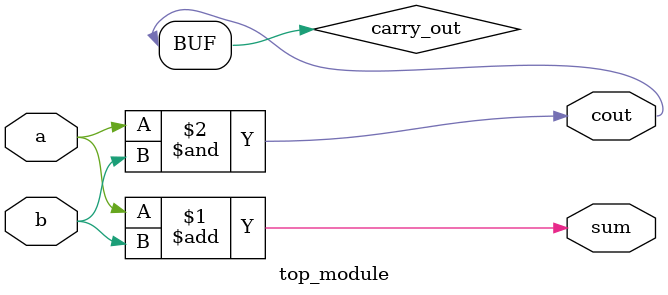
<source format=sv>
module top_module (
    input a,
    input b,
    output sum,
    output cout
);

    // Declare internal wire for carry out
    wire carry_out;

    // Assign sum output
    assign sum = a + b;

    // Generate cout output
    assign cout = carry_out;

    // Generate carry out
    assign carry_out = (a & b);

endmodule

</source>
